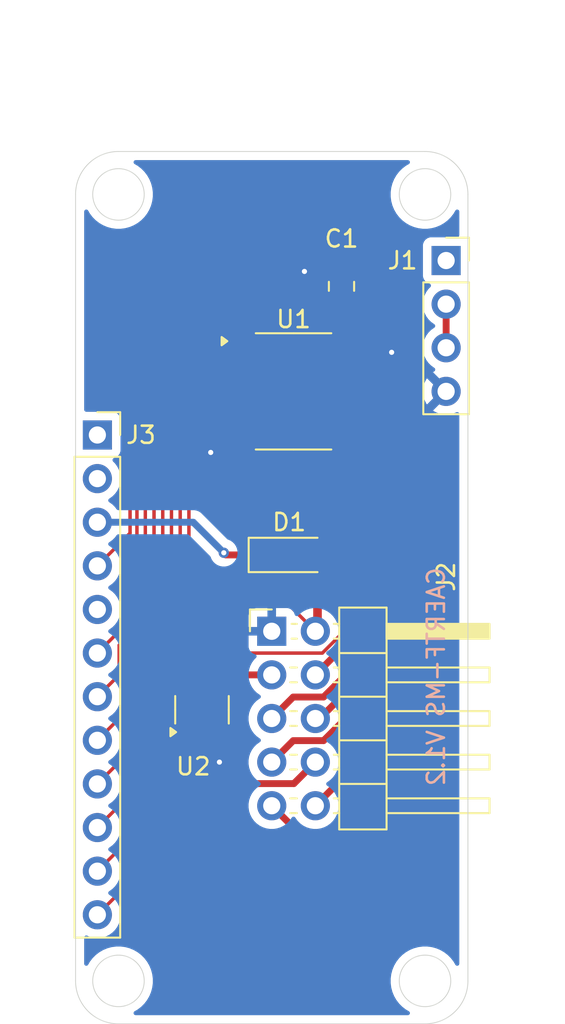
<source format=kicad_pcb>
(kicad_pcb (version 20241229) (generator "pcbnew") (generator_version "9.0")
  (layers (0 "F.Cu" signal) (2 "B.Cu" signal) (13 "F.Paste" user) (15 "B.Paste" user) (5 "F.SilkS" user "F.Silkscreen") (7 "B.SilkS" user "B.Silkscreen") (1 "F.Mask" user) (3 "B.Mask" user) (25 "Edge.Cuts" user))
  (net 0 "")
  (net 1 "+3.3V")
  (net 2 "GND")
  (net 3 "+5V")
  (net 4 "Net-(D1-K)")
  (net 6 "Net-(J2-Pin_6)")
  (net 7 "Net-(J2-Pin_4)")
  (net 8 "Net-(J2-Pin_10)")
  (net 9 "Net-(J2-Pin_8)")
  (net 10 "Net-(J2-Pin_7)")
  (net 11 "Net-(J2-Pin_5)")
  (net 12 "Net-(J2-Pin_9)")
  (net 13 "Net-(J3-Pin_11)")
  (net 14 "Net-(J3-Pin_8)")
  (net 15 "Net-(J3-Pin_12)")
  (net 16 "Net-(J3-Pin_4)")
  (net 17 "Net-(J3-Pin_10)")
  (net 18 "Net-(J3-Pin_9)")
  (net 21 "Net-(J3-Pin_6)")
  (net 22 "Net-(J3-Pin_7)")
  (net 24 "Net-(J2-Pin_3)")
  (net 25 "Net-(U1-B1)")
  (footprint "Connector_PinSocket_2.54mm:PinSocket_1x04_P2.54mm_Vertical" (layer "F.Cu") (at 167.64 58.42)
    (property "Reference" "J1" (at -2.54 0 0) (layer "F.SilkS"))
    (property "Value" "feather_header")
    (fp_line (start -1.33 1.27) (end -1.33 8.95) (stroke (width 0.12)) (layer "F.SilkS"))
    (fp_line (start -1.33 1.27) (end 1.33 1.27) (stroke (width 0.12)) (layer "F.SilkS"))
    (fp_line (start -1.33 8.95) (end 1.33 8.95) (stroke (width 0.12)) (layer "F.SilkS"))
    (fp_line (start 0 -1.33) (end 1.33 -1.33) (stroke (width 0.12)) (layer "F.SilkS"))
    (fp_line (start 1.33 -1.33) (end 1.33 0) (stroke (width 0.12)) (layer "F.SilkS"))
    (fp_line (start 1.33 1.27) (end 1.33 8.95) (stroke (width 0.12)) (layer "F.SilkS"))
    (pad "1" thru_hole rect (at 0 0) (size 1.7 1.7) (drill 1) (layers "*.Cu" "*.Mask"))
    (pad "2" thru_hole circle (at 0 2.54) (size 1.7 1.7) (drill 1) (layers "*.Cu" "*.Mask") (net 1 "+3.3V"))
    (pad "3" thru_hole circle (at 0 5.08) (size 1.7 1.7) (drill 1) (layers "*.Cu" "*.Mask") (net 1 "+3.3V"))
    (pad "4" thru_hole circle (at 0 7.62) (size 1.7 1.7) (drill 1) (layers "*.Cu" "*.Mask") (net 2 "GND"))
  )
  (footprint "Connector_PinHeader_2.54mm:PinHeader_2x05_P2.54mm_Horizontal" (layer "F.Cu") (at 157.48 80.01)
    (property "Reference" "J2" (at 10.16 -3.175 90) (layer "F.SilkS"))
    (property "Value" "multi_selector_header")
    (fp_line (start -1.27 -1.27) (end 0 -1.27) (stroke (width 0.12)) (layer "F.SilkS"))
    (fp_line (start -1.27 0) (end -1.27 -1.27) (stroke (width 0.12)) (layer "F.SilkS"))
    (fp_line (start 1.077358 2.11) (end 1.462642 2.11) (stroke (width 0.12)) (layer "F.SilkS"))
    (fp_line (start 1.077358 2.97) (end 1.462642 2.97) (stroke (width 0.12)) (layer "F.SilkS"))
    (fp_line (start 1.077358 4.65) (end 1.462642 4.65) (stroke (width 0.12)) (layer "F.SilkS"))
    (fp_line (start 1.077358 5.51) (end 1.462642 5.51) (stroke (width 0.12)) (layer "F.SilkS"))
    (fp_line (start 1.077358 7.19) (end 1.462642 7.19) (stroke (width 0.12)) (layer "F.SilkS"))
    (fp_line (start 1.077358 8.05) (end 1.462642 8.05) (stroke (width 0.12)) (layer "F.SilkS"))
    (fp_line (start 1.077358 9.73) (end 1.462642 9.73) (stroke (width 0.12)) (layer "F.SilkS"))
    (fp_line (start 1.077358 10.59) (end 1.462642 10.59) (stroke (width 0.12)) (layer "F.SilkS"))
    (fp_line (start 1.16 -0.43) (end 1.462642 -0.43) (stroke (width 0.12)) (layer "F.SilkS"))
    (fp_line (start 1.16 0.43) (end 1.462642 0.43) (stroke (width 0.12)) (layer "F.SilkS"))
    (fp_line (start 3.617358 -0.43) (end 3.93 -0.43) (stroke (width 0.12)) (layer "F.SilkS"))
    (fp_line (start 3.617358 0.43) (end 3.93 0.43) (stroke (width 0.12)) (layer "F.SilkS"))
    (fp_line (start 3.617358 2.11) (end 3.93 2.11) (stroke (width 0.12)) (layer "F.SilkS"))
    (fp_line (start 3.617358 2.97) (end 3.93 2.97) (stroke (width 0.12)) (layer "F.SilkS"))
    (fp_line (start 3.617358 4.65) (end 3.93 4.65) (stroke (width 0.12)) (layer "F.SilkS"))
    (fp_line (start 3.617358 5.51) (end 3.93 5.51) (stroke (width 0.12)) (layer "F.SilkS"))
    (fp_line (start 3.617358 7.19) (end 3.93 7.19) (stroke (width 0.12)) (layer "F.SilkS"))
    (fp_line (start 3.617358 8.05) (end 3.93 8.05) (stroke (width 0.12)) (layer "F.SilkS"))
    (fp_line (start 3.617358 9.73) (end 3.93 9.73) (stroke (width 0.12)) (layer "F.SilkS"))
    (fp_line (start 3.617358 10.59) (end 3.93 10.59) (stroke (width 0.12)) (layer "F.SilkS"))
    (fp_line (start 3.93 -1.38) (end 3.93 11.54) (stroke (width 0.12)) (layer "F.SilkS"))
    (fp_line (start 3.93 1.27) (end 6.69 1.27) (stroke (width 0.12)) (layer "F.SilkS"))
    (fp_line (start 3.93 3.81) (end 6.69 3.81) (stroke (width 0.12)) (layer "F.SilkS"))
    (fp_line (start 3.93 6.35) (end 6.69 6.35) (stroke (width 0.12)) (layer "F.SilkS"))
    (fp_line (start 3.93 8.89) (end 6.69 8.89) (stroke (width 0.12)) (layer "F.SilkS"))
    (fp_line (start 3.93 11.54) (end 6.69 11.54) (stroke (width 0.12)) (layer "F.SilkS"))
    (fp_line (start 6.69 -1.38) (end 3.93 -1.38) (stroke (width 0.12)) (layer "F.SilkS"))
    (fp_line (start 6.69 2.11) (end 12.69 2.11) (stroke (width 0.12)) (layer "F.SilkS"))
    (fp_line (start 6.69 4.65) (end 12.69 4.65) (stroke (width 0.12)) (layer "F.SilkS"))
    (fp_line (start 6.69 7.19) (end 12.69 7.19) (stroke (width 0.12)) (layer "F.SilkS"))
    (fp_line (start 6.69 9.73) (end 12.69 9.73) (stroke (width 0.12)) (layer "F.SilkS"))
    (fp_line (start 6.69 11.54) (end 6.69 -1.38) (stroke (width 0.12)) (layer "F.SilkS"))
    (fp_line (start 12.69 2.11) (end 12.69 2.97) (stroke (width 0.12)) (layer "F.SilkS"))
    (fp_line (start 12.69 2.97) (end 6.69 2.97) (stroke (width 0.12)) (layer "F.SilkS"))
    (fp_line (start 12.69 4.65) (end 12.69 5.51) (stroke (width 0.12)) (layer "F.SilkS"))
    (fp_line (start 12.69 5.51) (end 6.69 5.51) (stroke (width 0.12)) (layer "F.SilkS"))
    (fp_line (start 12.69 7.19) (end 12.69 8.05) (stroke (width 0.12)) (layer "F.SilkS"))
    (fp_line (start 12.69 8.05) (end 6.69 8.05) (stroke (width 0.12)) (layer "F.SilkS"))
    (fp_line (start 12.69 9.73) (end 12.69 10.59) (stroke (width 0.12)) (layer "F.SilkS"))
    (fp_line (start 12.69 10.59) (end 6.69 10.59) (stroke (width 0.12)) (layer "F.SilkS"))
    (fp_rect (start 6.69 -0.43) (end 12.69 0.43) (stroke (width 0.12)) (fill yes) (layer "F.SilkS"))
    (pad "1" thru_hole rect (at 0 0) (size 1.7 1.7) (drill 1) (layers "*.Cu" "*.Mask") (net 2 "GND"))
    (pad "2" thru_hole circle (at 2.54 0) (size 1.7 1.7) (drill 1) (layers "*.Cu" "*.Mask") (net 3 "+5V"))
    (pad "3" thru_hole circle (at 0 2.54) (size 1.7 1.7) (drill 1) (layers "*.Cu" "*.Mask") (net 24 "Net-(J2-Pin_3)"))
    (pad "4" thru_hole circle (at 2.54 2.54) (size 1.7 1.7) (drill 1) (layers "*.Cu" "*.Mask") (net 7 "Net-(J2-Pin_4)"))
    (pad "5" thru_hole circle (at 0 5.08) (size 1.7 1.7) (drill 1) (layers "*.Cu" "*.Mask") (net 11 "Net-(J2-Pin_5)"))
    (pad "6" thru_hole circle (at 2.54 5.08) (size 1.7 1.7) (drill 1) (layers "*.Cu" "*.Mask") (net 6 "Net-(J2-Pin_6)"))
    (pad "7" thru_hole circle (at 0 7.62) (size 1.7 1.7) (drill 1) (layers "*.Cu" "*.Mask") (net 10 "Net-(J2-Pin_7)"))
    (pad "8" thru_hole circle (at 2.54 7.62) (size 1.7 1.7) (drill 1) (layers "*.Cu" "*.Mask") (net 9 "Net-(J2-Pin_8)"))
    (pad "9" thru_hole circle (at 0 10.16) (size 1.7 1.7) (drill 1) (layers "*.Cu" "*.Mask") (net 12 "Net-(J2-Pin_9)"))
    (pad "10" thru_hole circle (at 2.54 10.16) (size 1.7 1.7) (drill 1) (layers "*.Cu" "*.Mask") (net 8 "Net-(J2-Pin_10)"))
  )
  (footprint "Connector_PinSocket_2.54mm:PinSocket_1x12_P2.54mm_Vertical" (layer "F.Cu") (at 147.32 68.58)
    (property "Reference" "J3" (at 2.54 0 0) (layer "F.SilkS"))
    (property "Value" "feather_header")
    (fp_line (start -1.33 1.27) (end -1.33 29.27) (stroke (width 0.12)) (layer "F.SilkS"))
    (fp_line (start -1.33 1.27) (end 1.33 1.27) (stroke (width 0.12)) (layer "F.SilkS"))
    (fp_line (start -1.33 29.27) (end 1.33 29.27) (stroke (width 0.12)) (layer "F.SilkS"))
    (fp_line (start 0 -1.33) (end 1.33 -1.33) (stroke (width 0.12)) (layer "F.SilkS"))
    (fp_line (start 1.33 -1.33) (end 1.33 0) (stroke (width 0.12)) (layer "F.SilkS"))
    (fp_line (start 1.33 1.27) (end 1.33 29.27) (stroke (width 0.12)) (layer "F.SilkS"))
    (pad "1" thru_hole rect (at 0 0) (size 1.7 1.7) (drill 1) (layers "*.Cu" "*.Mask"))
    (pad "2" thru_hole circle (at 0 2.54) (size 1.7 1.7) (drill 1) (layers "*.Cu" "*.Mask"))
    (pad "3" thru_hole circle (at 0 5.08) (size 1.7 1.7) (drill 1) (layers "*.Cu" "*.Mask") (net 4 "Net-(D1-K)"))
    (pad "4" thru_hole circle (at 0 7.62) (size 1.7 1.7) (drill 1) (layers "*.Cu" "*.Mask") (net 16 "Net-(J3-Pin_4)"))
    (pad "5" thru_hole circle (at 0 10.16) (size 1.7 1.7) (drill 1) (layers "*.Cu" "*.Mask"))
    (pad "6" thru_hole circle (at 0 12.7) (size 1.7 1.7) (drill 1) (layers "*.Cu" "*.Mask") (net 21 "Net-(J3-Pin_6)"))
    (pad "7" thru_hole circle (at 0 15.24) (size 1.7 1.7) (drill 1) (layers "*.Cu" "*.Mask") (net 22 "Net-(J3-Pin_7)"))
    (pad "8" thru_hole circle (at 0 17.78) (size 1.7 1.7) (drill 1) (layers "*.Cu" "*.Mask") (net 14 "Net-(J3-Pin_8)"))
    (pad "9" thru_hole circle (at 0 20.32) (size 1.7 1.7) (drill 1) (layers "*.Cu" "*.Mask") (net 18 "Net-(J3-Pin_9)"))
    (pad "10" thru_hole circle (at 0 22.86) (size 1.7 1.7) (drill 1) (layers "*.Cu" "*.Mask") (net 17 "Net-(J3-Pin_10)"))
    (pad "11" thru_hole circle (at 0 25.4) (size 1.7 1.7) (drill 1) (layers "*.Cu" "*.Mask") (net 13 "Net-(J3-Pin_11)"))
    (pad "12" thru_hole circle (at 0 27.94) (size 1.7 1.7) (drill 1) (layers "*.Cu" "*.Mask") (net 15 "Net-(J3-Pin_12)"))
  )
  (footprint "Package_SO:TSSOP-20_4.4x6.5mm_P0.65mm" (layer "F.Cu") (at 158.75 66.04)
    (property "Reference" "U1" (at 0 -4.2 0) (layer "F.SilkS"))
    (property "Value" "SN74LVC245APW")
    (fp_line (start 0 -3.385) (end -2.2 -3.385) (stroke (width 0.12)) (layer "F.SilkS"))
    (fp_line (start 0 -3.385) (end 2.2 -3.385) (stroke (width 0.12)) (layer "F.SilkS"))
    (fp_line (start 0 3.385) (end -2.2 3.385) (stroke (width 0.12)) (layer "F.SilkS"))
    (fp_line (start 0 3.385) (end 2.2 3.385) (stroke (width 0.12)) (layer "F.SilkS"))
    (fp_poly (pts (xy -3.86 -2.925) (xy -4.19 -2.685) (xy -4.19 -3.165)) (stroke (width 0.12)) (fill yes) (layer "F.SilkS"))
    (pad "1" smd roundrect (at -2.8625 -2.925) (size 1.475 0.4) (layers "F.Cu" "F.Mask" "F.Paste") (net 3 "+5V"))
    (pad "2" smd roundrect (at -2.8625 -2.275) (size 1.475 0.4) (layers "F.Cu" "F.Mask" "F.Paste") (net 16 "Net-(J3-Pin_4)"))
    (pad "3" smd roundrect (at -2.8625 -1.625) (size 1.475 0.4) (layers "F.Cu" "F.Mask" "F.Paste") (net 21 "Net-(J3-Pin_6)"))
    (pad "4" smd roundrect (at -2.8625 -0.975) (size 1.475 0.4) (layers "F.Cu" "F.Mask" "F.Paste") (net 22 "Net-(J3-Pin_7)"))
    (pad "5" smd roundrect (at -2.8625 -0.325) (size 1.475 0.4) (layers "F.Cu" "F.Mask" "F.Paste") (net 14 "Net-(J3-Pin_8)"))
    (pad "6" smd roundrect (at -2.8625 0.325) (size 1.475 0.4) (layers "F.Cu" "F.Mask" "F.Paste") (net 18 "Net-(J3-Pin_9)"))
    (pad "7" smd roundrect (at -2.8625 0.975) (size 1.475 0.4) (layers "F.Cu" "F.Mask" "F.Paste") (net 17 "Net-(J3-Pin_10)"))
    (pad "8" smd roundrect (at -2.8625 1.625) (size 1.475 0.4) (layers "F.Cu" "F.Mask" "F.Paste") (net 13 "Net-(J3-Pin_11)"))
    (pad "9" smd roundrect (at -2.8625 2.275) (size 1.475 0.4) (layers "F.Cu" "F.Mask" "F.Paste") (net 15 "Net-(J3-Pin_12)"))
    (pad "10" smd roundrect (at -2.8625 2.925) (size 1.475 0.4) (layers "F.Cu" "F.Mask" "F.Paste") (net 2 "GND"))
    (pad "11" smd roundrect (at 2.8625 2.925) (size 1.475 0.4) (layers "F.Cu" "F.Mask" "F.Paste") (net 8 "Net-(J2-Pin_10)"))
    (pad "12" smd roundrect (at 2.8625 2.275) (size 1.475 0.4) (layers "F.Cu" "F.Mask" "F.Paste") (net 12 "Net-(J2-Pin_9)"))
    (pad "13" smd roundrect (at 2.8625 1.625) (size 1.475 0.4) (layers "F.Cu" "F.Mask" "F.Paste") (net 9 "Net-(J2-Pin_8)"))
    (pad "14" smd roundrect (at 2.8625 0.975) (size 1.475 0.4) (layers "F.Cu" "F.Mask" "F.Paste") (net 10 "Net-(J2-Pin_7)"))
    (pad "15" smd roundrect (at 2.8625 0.325) (size 1.475 0.4) (layers "F.Cu" "F.Mask" "F.Paste") (net 6 "Net-(J2-Pin_6)"))
    (pad "16" smd roundrect (at 2.8625 -0.325) (size 1.475 0.4) (layers "F.Cu" "F.Mask" "F.Paste") (net 11 "Net-(J2-Pin_5)"))
    (pad "17" smd roundrect (at 2.8625 -0.975) (size 1.475 0.4) (layers "F.Cu" "F.Mask" "F.Paste") (net 7 "Net-(J2-Pin_4)"))
    (pad "18" smd roundrect (at 2.8625 -1.625) (size 1.475 0.4) (layers "F.Cu" "F.Mask" "F.Paste") (net 25 "Net-(U1-B1)"))
    (pad "19" smd roundrect (at 2.8625 -2.275) (size 1.475 0.4) (layers "F.Cu" "F.Mask" "F.Paste") (net 2 "GND"))
    (pad "20" smd roundrect (at 2.8625 -2.925) (size 1.475 0.4) (layers "F.Cu" "F.Mask" "F.Paste") (net 3 "+5V"))
  )
  (footprint "Package_TO_SOT_SMD:SOT-23-5" (layer "F.Cu") (at 153.416 84.582 90)
    (property "Reference" "U2" (at -3.302 -0.508 180) (layer "F.SilkS"))
    (property "Value" "74LVC1G07")
    (fp_line (start 0 -1.56) (end 0.8 -1.56) (stroke (width 0.12)) (layer "F.SilkS"))
    (fp_line (start 0 -1.56) (end -0.8 -1.56) (stroke (width 0.12)) (layer "F.SilkS"))
    (fp_line (start 0 1.56) (end 0.8 1.56) (stroke (width 0.12)) (layer "F.SilkS"))
    (fp_line (start 0 1.56) (end -0.8 1.56) (stroke (width 0.12)) (layer "F.SilkS"))
    (fp_poly (pts (xy -1.3 -1.51) (xy -1.54 -1.84) (xy -1.06 -1.84)) (stroke (width 0.12)) (fill yes) (layer "F.SilkS"))
    (pad "1" smd roundrect (at -1.1375 -0.95 90) (size 1.325 0.6) (layers "F.Cu" "F.Mask" "F.Paste"))
    (pad "2" smd roundrect (at -1.1375 0 90) (size 1.325 0.6) (layers "F.Cu" "F.Mask" "F.Paste") (net 25 "Net-(U1-B1)"))
    (pad "3" smd roundrect (at -1.1375 0.95 90) (size 1.325 0.6) (layers "F.Cu" "F.Mask" "F.Paste") (net 2 "GND"))
    (pad "4" smd roundrect (at 1.1375 0.95 90) (size 1.325 0.6) (layers "F.Cu" "F.Mask" "F.Paste") (net 24 "Net-(J2-Pin_3)"))
    (pad "5" smd roundrect (at 1.1375 -0.95 90) (size 1.325 0.6) (layers "F.Cu" "F.Mask" "F.Paste") (net 3 "+5V"))
  )
  (footprint "Diode_SMD:D_SOD-123" (layer "F.Cu") (at 158.496 75.565)
    (property "Reference" "D1" (at 0 -1.905 0) (layer "F.SilkS"))
    (property "Value" "MBR120")
    (fp_line (start -2.36 -1) (end -2.36 1) (stroke (width 0.12)) (layer "F.SilkS"))
    (fp_line (start -2.36 -1) (end 1.65 -1) (stroke (width 0.12)) (layer "F.SilkS"))
    (fp_line (start -2.36 1) (end 1.65 1) (stroke (width 0.12)) (layer "F.SilkS"))
    (pad "1" smd roundrect (at -1.65 0) (size 0.9 1.2) (layers "F.Cu" "F.Mask" "F.Paste") (net 4 "Net-(D1-K)"))
    (pad "2" smd roundrect (at 1.65 0) (size 0.9 1.2) (layers "F.Cu" "F.Mask" "F.Paste") (net 3 "+5V"))
  )
  (footprint "Capacitor_SMD:C_0805_2012Metric_Pad1.18x1.45mm_HandSolder" (layer "F.Cu") (at 161.544 59.9225 90)
    (property "Reference" "C1" (at 2.7725 0 0) (layer "F.SilkS"))
    (property "Value" "0.1uF")
    (fp_line (start -0.261252 -0.735) (end 0.261252 -0.735) (stroke (width 0.12)) (layer "F.SilkS"))
    (fp_line (start -0.261252 0.735) (end 0.261252 0.735) (stroke (width 0.12)) (layer "F.SilkS"))
    (pad "1" smd roundrect (at -1.0375 0 90) (size 1.175 1.45) (layers "F.Cu" "F.Mask" "F.Paste") (roundrect_rratio 0.212766) (net 3 "+5V"))
    (pad "2" smd roundrect (at 1.0375 0 90) (size 1.175 1.45) (layers "F.Cu" "F.Mask" "F.Paste") (roundrect_rratio 0.212766) (net 2 "GND"))
  )
  (gr_arc (start 166.41 52.07) (mid 168.177767 52.802233) (end 168.91 54.57) (stroke (width 0.05)) (layer "Edge.Cuts"))
  (gr_line (start 146.05 100.37) (end 146.05 54.57) (stroke (width 0.05)) (layer "Edge.Cuts"))
  (gr_arc (start 168.91 100.37) (mid 168.177767 102.137767) (end 166.41 102.87) (stroke (width 0.05)) (layer "Edge.Cuts"))
  (gr_circle (center 166.41 54.57) (end 167.91 54.57) (stroke (width 0.05)) (fill no) (layer "Edge.Cuts"))
  (gr_arc (start 148.55 102.87) (mid 146.782233 102.137767) (end 146.05 100.37) (stroke (width 0.05)) (layer "Edge.Cuts"))
  (gr_arc (start 146.05 54.57) (mid 146.782233 52.802233) (end 148.55 52.07) (stroke (width 0.05)) (layer "Edge.Cuts"))
  (gr_circle (center 166.41 100.37) (end 167.91 100.37) (stroke (width 0.05)) (fill no) (layer "Edge.Cuts"))
  (gr_line (start 168.91 54.57) (end 168.91 100.37) (stroke (width 0.05)) (layer "Edge.Cuts"))
  (gr_line (start 166.41 102.87) (end 148.55 102.87) (stroke (width 0.05)) (layer "Edge.Cuts"))
  (gr_circle (center 148.55 100.37) (end 150.05 100.37) (stroke (width 0.05)) (fill no) (layer "Edge.Cuts"))
  (gr_line (start 148.55 52.07) (end 166.41 52.07) (stroke (width 0.05)) (layer "Edge.Cuts"))
  (gr_circle (center 148.55 54.57) (end 150.05 54.57) (stroke (width 0.05)) (fill no) (layer "Edge.Cuts"))
  (gr_text "CAERTF-MS V1.2" (at 167.64 76.2 90) (layer "B.SilkS") (effects (font (size 1 1)) (justify left bottom mirror)))
  (segment (start 167.64 63.5) (end 167.64 60.96) (width 0.4) (layer "F.Cu") (net 1))
  (segment (start 154.555 68.965) (end 153.924 69.596) (width 0.4) (layer "F.Cu") (net 2))
  (segment (start 154.366 87.564) (end 154.432 87.63) (width 0.4) (layer "F.Cu") (net 2))
  (segment (start 159.555 58.885) (end 159.385 59.055) (width 0.4) (layer "F.Cu") (net 2))
  (segment (start 161.6125 63.765) (end 164.465 63.765) (width 0.4) (layer "F.Cu") (net 2))
  (segment (start 155.8875 68.965) (end 154.555 68.965) (width 0.4) (layer "F.Cu") (net 2))
  (segment (start 154.366 85.7195) (end 154.366 87.564) (width 0.4) (layer "F.Cu") (net 2))
  (segment (start 161.544 58.885) (end 159.555 58.885) (width 0.4) (layer "F.Cu") (net 2))
  (via (at 153.924 69.596) (size 0.6) (drill 0.3) (layers "F.Cu" "B.Cu") (net 2))
  (via (at 159.385 59.055) (size 0.6) (drill 0.3) (layers "F.Cu" "B.Cu") (net 2))
  (via (at 154.432 87.63) (size 0.6) (drill 0.3) (layers "F.Cu" "B.Cu") (net 2))
  (via (at 164.465 63.765) (size 0.6) (drill 0.3) (layers "F.Cu" "B.Cu") (net 2))
  (segment (start 161.6125 61.0285) (end 161.544 60.96) (width 0.5) (layer "F.Cu") (net 3))
  (segment (start 160.146 79.884) (end 160.02 80.01) (width 0.5) (layer "F.Cu") (net 3))
  (segment (start 154.555 63.115) (end 153.924 62.484) (width 0.2) (layer "F.Cu") (net 3))
  (segment (start 163.576 62.484) (end 163.576 61.468) (width 0.4) (layer "F.Cu") (net 3))
  (segment (start 154.432 60.96) (end 161.544 60.96) (width 0.2) (layer "F.Cu") (net 3))
  (segment (start 160.02 80.01) (end 160.4 79.63) (width 0.2) (layer "F.Cu") (net 3))
  (segment (start 155.8875 63.115) (end 154.555 63.115) (width 0.2) (layer "F.Cu") (net 3))
  (segment (start 152.466 81.976) (end 155.956 78.486) (width 0.2) (layer "F.Cu") (net 3))
  (segment (start 157.48 72.899) (end 157.48 65.024) (width 0.4) (layer "F.Cu") (net 3))
  (segment (start 158.496 78.486) (end 160.02 80.01) (width 0.2) (layer "F.Cu") (net 3))
  (segment (start 157.48 65.024) (end 161.544 60.96) (width 0.4) (layer "F.Cu") (net 3))
  (segment (start 160.146 75.565) (end 160.146 79.884) (width 0.5) (layer "F.Cu") (net 3))
  (segment (start 163.068 60.96) (end 161.544 60.96) (width 0.4) (layer "F.Cu") (net 3))
  (segment (start 155.8875 63.115) (end 155.8125 63.19) (width 0.2) (layer "F.Cu") (net 3))
  (segment (start 160.146 75.565) (end 157.48 72.899) (width 0.4) (layer "F.Cu") (net 3))
  (segment (start 155.956 78.486) (end 158.496 78.486) (width 0.2) (layer "F.Cu") (net 3))
  (segment (start 153.924 61.468) (end 154.432 60.96) (width 0.2) (layer "F.Cu") (net 3))
  (segment (start 161.6125 63.115) (end 162.945 63.115) (width 0.4) (layer "F.Cu") (net 3))
  (segment (start 163.576 61.468) (end 163.068 60.96) (width 0.4) (layer "F.Cu") (net 3))
  (segment (start 153.924 62.484) (end 153.924 61.468) (width 0.2) (layer "F.Cu") (net 3))
  (segment (start 152.466 83.4445) (end 152.466 81.976) (width 0.2) (layer "F.Cu") (net 3))
  (segment (start 162.945 63.115) (end 163.576 62.484) (width 0.4) (layer "F.Cu") (net 3))
  (segment (start 156.846 75.565) (end 154.813 75.565) (width 0.4) (layer "F.Cu") (net 4))
  (segment (start 154.813 75.565) (end 154.686 75.438) (width 0.4) (layer "F.Cu") (net 4))
  (via (at 154.686 75.438) (size 0.6) (drill 0.3) (layers "F.Cu" "B.Cu") (net 4))
  (segment (start 147.32 73.66) (end 152.908 73.66) (width 0.4) (layer "B.Cu") (net 4))
  (segment (start 152.908 73.66) (end 154.686 75.438) (width 0.4) (layer "B.Cu") (net 4))
  (segment (start 161.6125 66.365) (end 160.389 66.365) (width 0.4) (layer "F.Cu") (net 6))
  (segment (start 163.254 82.11) (end 160.274 85.09) (width 0.4) (layer "F.Cu") (net 6))
  (segment (start 163.254 74.104596) (end 163.254 82.11) (width 0.4) (layer "F.Cu") (net 6))
  (segment (start 160.389 66.365) (end 159.698 67.056) (width 0.4) (layer "F.Cu") (net 6))
  (segment (start 160.274 85.09) (end 160.02 85.09) (width 0.4) (layer "F.Cu") (net 6))
  (segment (start 159.698 70.548596) (end 163.254 74.104596) (width 0.4) (layer "F.Cu") (net 6))
  (segment (start 159.698 67.056) (end 159.698 70.548596) (width 0.4) (layer "F.Cu") (net 6))
  (segment (start 162.052 80.518) (end 160.02 82.55) (width 0.4) (layer "F.Cu") (net 7))
  (segment (start 158.496 66.04) (end 158.496 71.04648) (width 0.4) (layer "F.Cu") (net 7))
  (segment (start 161.6125 65.065) (end 159.471 65.065) (width 0.4) (layer "F.Cu") (net 7))
  (segment (start 162.052 74.60248) (end 162.052 80.518) (width 0.4) (layer "F.Cu") (net 7))
  (segment (start 159.471 65.065) (end 158.496 66.04) (width 0.4) (layer "F.Cu") (net 7))
  (segment (start 158.496 71.04648) (end 162.052 74.60248) (width 0.4) (layer "F.Cu") (net 7))
  (segment (start 165.007 70.519) (end 163.453 68.965) (width 0.4) (layer "F.Cu") (net 8))
  (segment (start 165.007 85.183) (end 165.007 70.519) (width 0.4) (layer "F.Cu") (net 8))
  (segment (start 163.453 68.965) (end 161.6125 68.965) (width 0.4) (layer "F.Cu") (net 8))
  (segment (start 160.02 90.17) (end 165.007 85.183) (width 0.4) (layer "F.Cu") (net 8))
  (segment (start 155.448 89.916) (end 156.483 88.881) (width 0.4) (layer "F.Cu") (net 9))
  (segment (start 161.6125 67.665) (end 164.185 67.665) (width 0.4) (layer "F.Cu") (net 9))
  (segment (start 158.769 88.881) (end 160.02 87.63) (width 0.4) (layer "F.Cu") (net 9))
  (segment (start 156.811 92.549) (end 155.448 91.186) (width 0.4) (layer "F.Cu") (net 9))
  (segment (start 155.448 91.186) (end 155.448 89.916) (width 0.4) (layer "F.Cu") (net 9))
  (segment (start 160.776942 92.549) (end 156.811 92.549) (width 0.4) (layer "F.Cu") (net 9))
  (segment (start 166.209 87.116942) (end 160.776942 92.549) (width 0.4) (layer "F.Cu") (net 9))
  (segment (start 166.209 69.689) (end 166.209 87.116942) (width 0.4) (layer "F.Cu") (net 9))
  (segment (start 156.483 88.881) (end 158.769 88.881) (width 0.4) (layer "F.Cu") (net 9))
  (segment (start 164.185 67.665) (end 166.209 69.689) (width 0.4) (layer "F.Cu") (net 9))
  (segment (start 160.315673 67.513035) (end 160.315673 70.316327) (width 0.4) (layer "F.Cu") (net 10))
  (segment (start 160.813708 67.015) (end 160.315673 67.513035) (width 0.4) (layer "F.Cu") (net 10))
  (segment (start 160.500182 86.379) (end 163.855 83.024182) (width 0.4) (layer "F.Cu") (net 10))
  (segment (start 157.48 87.63) (end 158.731 86.379) (width 0.4) (layer "F.Cu") (net 10))
  (segment (start 163.855 73.855654) (end 160.315673 70.316327) (width 0.4) (layer "F.Cu") (net 10))
  (segment (start 161.6125 67.015) (end 160.813708 67.015) (width 0.4) (layer "F.Cu") (net 10))
  (segment (start 158.731 86.379) (end 160.500182 86.379) (width 0.4) (layer "F.Cu") (net 10))
  (segment (start 163.855 83.024182) (end 163.855 73.855654) (width 0.4) (layer "F.Cu") (net 10))
  (segment (start 158.731 83.839) (end 160.500182 83.839) (width 0.4) (layer "F.Cu") (net 11))
  (segment (start 162.653 74.353538) (end 159.097 70.797538) (width 0.4) (layer "F.Cu") (net 11))
  (segment (start 159.097 66.288942) (end 159.670942 65.715) (width 0.4) (layer "F.Cu") (net 11))
  (segment (start 162.653 81.686182) (end 162.653 74.353538) (width 0.4) (layer "F.Cu") (net 11))
  (segment (start 157.48 85.09) (end 158.731 83.839) (width 0.4) (layer "F.Cu") (net 11))
  (segment (start 160.500182 83.839) (end 162.653 81.686182) (width 0.4) (layer "F.Cu") (net 11))
  (segment (start 159.097 70.797538) (end 159.097 66.288942) (width 0.4) (layer "F.Cu") (net 11))
  (segment (start 161.6125 65.715) (end 160.9143 65.715) (width 0.4) (layer "F.Cu") (net 11))
  (segment (start 159.670942 65.715) (end 161.6125 65.715) (width 0.4) (layer "F.Cu") (net 11))
  (segment (start 159.258 91.948) (end 160.528 91.948) (width 0.4) (layer "F.Cu") (net 12))
  (segment (start 157.48 90.17) (end 159.258 91.948) (width 0.4) (layer "F.Cu") (net 12))
  (segment (start 160.528 91.948) (end 165.608 86.868) (width 0.4) (layer "F.Cu") (net 12))
  (segment (start 165.608 70.104) (end 163.819 68.315) (width 0.4) (layer "F.Cu") (net 12))
  (segment (start 165.608 86.868) (end 165.608 70.104) (width 0.4) (layer "F.Cu") (net 12))
  (segment (start 163.819 68.315) (end 161.6125 68.315) (width 0.4) (layer "F.Cu") (net 12))
  (segment (start 147.32 93.98) (end 150.662 90.638) (width 0.2) (layer "F.Cu") (net 13))
  (segment (start 150.662 90.638) (end 150.662 81.2028) (width 0.2) (layer "F.Cu") (net 13))
  (segment (start 150.662 81.2028) (end 152.146 79.7188) (width 0.2) (layer "F.Cu") (net 13))
  (segment (start 153.823 67.665) (end 155.8875 67.665) (width 0.2) (layer "F.Cu") (net 13))
  (segment (start 152.146 69.342) (end 153.823 67.665) (width 0.2) (layer "F.Cu") (net 13))
  (segment (start 152.146 79.7188) (end 152.146 69.342) (width 0.2) (layer "F.Cu") (net 13))
  (segment (start 150.622 67.90665) (end 150.622 79.3524) (width 0.2) (layer "F.Cu") (net 14))
  (segment (start 150.515 79.4594) (end 150.515 79.4607) (width 0.2) (layer "F.Cu") (net 14))
  (segment (start 150.622 79.3524) (end 150.515 79.4594) (width 0.2) (layer "F.Cu") (net 14))
  (segment (start 149.225 80.7507) (end 149.225 84.455) (width 0.2) (layer "F.Cu") (net 14))
  (segment (start 150.515 79.4607) (end 149.225 80.7507) (width 0.2) (layer "F.Cu") (net 14))
  (segment (start 152.81365 65.715) (end 150.622 67.90665) (width 0.2) (layer "F.Cu") (net 14))
  (segment (start 155.8875 65.715) (end 152.81365 65.715) (width 0.2) (layer "F.Cu") (net 14))
  (segment (start 149.225 84.455) (end 147.32 86.36) (width 0.2) (layer "F.Cu") (net 14))
  (segment (start 152.654 69.85) (end 154.189 68.315) (width 0.2) (layer "F.Cu") (net 15))
  (segment (start 151.13 92.71) (end 151.13 81.3019) (width 0.2) (layer "F.Cu") (net 15))
  (segment (start 147.32 96.52) (end 151.13 92.71) (width 0.2) (layer "F.Cu") (net 15))
  (segment (start 151.13 81.3019) (end 152.654 79.7779) (width 0.2) (layer "F.Cu") (net 15))
  (segment (start 152.654 79.7779) (end 152.654 69.85) (width 0.2) (layer "F.Cu") (net 15))
  (segment (start 154.189 68.315) (end 155.8875 68.315) (width 0.2) (layer "F.Cu") (net 15))
  (segment (start 149.225 74.295) (end 147.32 76.2) (width 0.2) (layer "F.Cu") (net 16))
  (segment (start 155.8875 63.765) (end 151.627 63.765) (width 0.2) (layer "F.Cu") (net 16))
  (segment (start 149.225 66.167) (end 149.225 74.295) (width 0.2) (layer "F.Cu") (net 16))
  (segment (start 151.627 63.765) (end 149.225 66.167) (width 0.2) (layer "F.Cu") (net 16))
  (segment (start 151.638 68.834) (end 151.638 79.4693) (width 0.2) (layer "F.Cu") (net 17))
  (segment (start 153.457 67.015) (end 151.638 68.834) (width 0.2) (layer "F.Cu") (net 17))
  (segment (start 150.261 80.8463) (end 150.261 88.499) (width 0.2) (layer "F.Cu") (net 17))
  (segment (start 151.638 79.4693) (end 150.261 80.8463) (width 0.2) (layer "F.Cu") (net 17))
  (segment (start 150.261 88.499) (end 147.32 91.44) (width 0.2) (layer "F.Cu") (net 17))
  (segment (start 155.8875 67.015) (end 153.457 67.015) (width 0.2) (layer "F.Cu") (net 17))
  (segment (start 151.13 68.326) (end 151.13 79.4102) (width 0.2) (layer "F.Cu") (net 18))
  (segment (start 155.8875 66.365) (end 153.091 66.365) (width 0.2) (layer "F.Cu") (net 18))
  (segment (start 151.023 79.5185) (end 149.86 80.6815) (width 0.2) (layer "F.Cu") (net 18))
  (segment (start 153.091 66.365) (end 151.13 68.326) (width 0.2) (layer "F.Cu") (net 18))
  (segment (start 149.86 80.6815) (end 149.86 86.36) (width 0.2) (layer "F.Cu") (net 18))
  (segment (start 151.13 79.4102) (end 151.023 79.5172) (width 0.2) (layer "F.Cu") (net 18))
  (segment (start 151.023 79.5172) (end 151.023 79.5185) (width 0.2) (layer "F.Cu") (net 18))
  (segment (start 149.86 86.36) (end 147.32 88.9) (width 0.2) (layer "F.Cu") (net 18))
  (segment (start 149.626 66.81155) (end 152.02255 64.415) (width 0.2) (layer "F.Cu") (net 21))
  (segment (start 149.626 78.974) (end 149.626 66.81155) (width 0.2) (layer "F.Cu") (net 21))
  (segment (start 147.32 81.28) (end 149.626 78.974) (width 0.2) (layer "F.Cu") (net 21))
  (segment (start 152.02255 64.415) (end 155.8875 64.415) (width 0.2) (layer "F.Cu") (net 21))
  (segment (start 148.59 82.55) (end 147.32 83.82) (width 0.2) (layer "F.Cu") (net 22))
  (segment (start 152.4772 65.065) (end 150.114 67.4282) (width 0.2) (layer "F.Cu") (net 22))
  (segment (start 150.114 67.4282) (end 150.114 79.2946) (width 0.2) (layer "F.Cu") (net 22))
  (segment (start 150.114 79.2946) (end 148.59 80.8186) (width 0.2) (layer "F.Cu") (net 22))
  (segment (start 148.59 80.8186) (end 148.59 82.55) (width 0.2) (layer "F.Cu") (net 22))
  (segment (start 155.8875 65.065) (end 152.4772 65.065) (width 0.2) (layer "F.Cu") (net 22))
  (segment (start 157.48 82.55) (end 155.2605 82.55) (width 0.4) (layer "F.Cu") (net 24))
  (segment (start 155.2605 82.55) (end 154.366 83.4445) (width 0.4) (layer "F.Cu") (net 24))
  (segment (start 154.432 81.28) (end 160.4273 81.28) (width 0.2) (layer "F.Cu") (net 25))
  (segment (start 153.416 82.296) (end 154.432 81.28) (width 0.2) (layer "F.Cu") (net 25))
  (segment (start 161.544 74.803) (end 157.988 71.247) (width 0.2) (layer "F.Cu") (net 25))
  (segment (start 161.544 80.1633) (end 161.544 74.803) (width 0.2) (layer "F.Cu") (net 25))
  (segment (start 153.416 85.7195) (end 153.416 82.296) (width 0.2) (layer "F.Cu") (net 25))
  (segment (start 160.4273 81.28) (end 161.544 80.1633) (width 0.2) (layer "F.Cu") (net 25))
  (segment (start 157.988 65.532) (end 159.105 64.415) (width 0.2) (layer "F.Cu") (net 25))
  (segment (start 159.105 64.415) (end 161.6125 64.415) (width 0.2) (layer "F.Cu") (net 25))
  (segment (start 157.988 71.247) (end 157.988 65.532) (width 0.2) (layer "F.Cu") (net 25))
  (zone (net 2) (net_name "GND") (layer "B.Cu") (connect_pads (clearance 0.5)) (min_thickness 0.25) (fill yes (thermal_gap 0.5) (thermal_bridge_width 0.5))
    (polygon (pts (xy 146.05 52.07) (xy 168.91 52.07) (xy 168.91 102.87) (xy 146.05 102.87)))
  )
)
</source>
